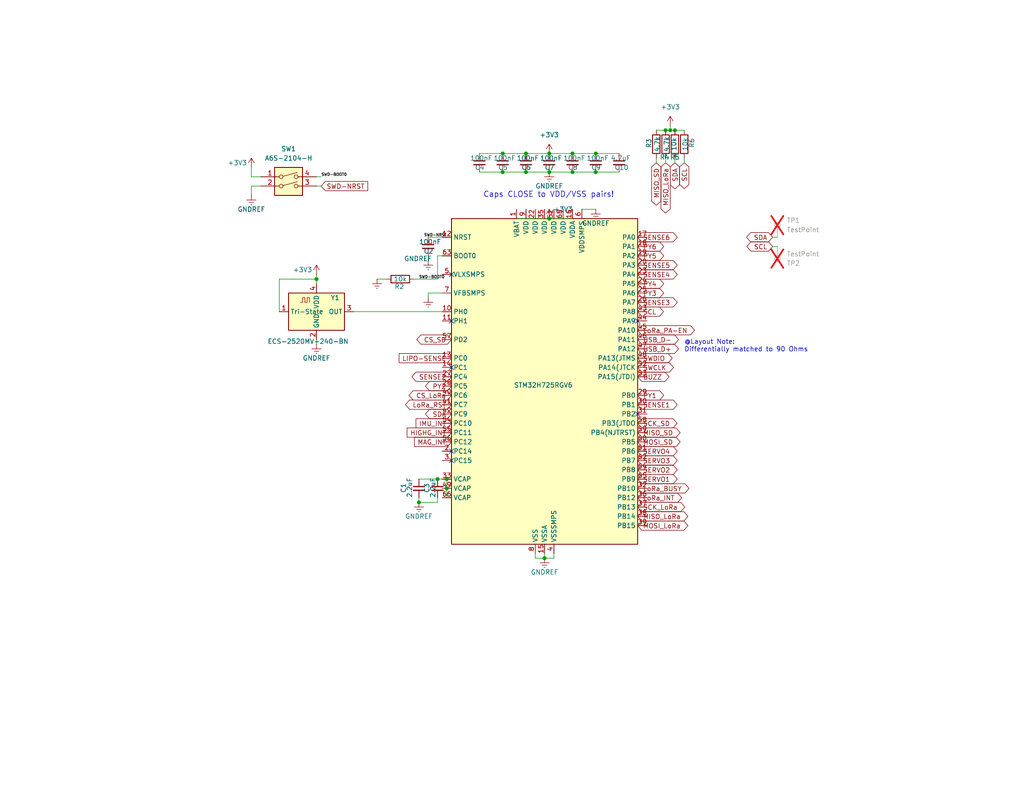
<source format=kicad_sch>
(kicad_sch (version 20250114) (generator "eeschema") (generator_version "9.0")
  (paper "USLetter")
  (title_block (title "WINTER Microcontroller Layout") (date "2025-01-06") (rev "3.3") (company "SparrowTheNerd"))
  (lib_symbols
    (symbol "Connector:TestPoint" (pin_numbers (hide yes)) (pin_names (offset 0.762) (hide yes))
      (property "Reference" "TP" (at 0 6.858 0))
      (property "Value" "TestPoint" (at 0 5.08 0))
      (symbol "TestPoint_0_1"
        (circle (center 0 3.302) (radius 0.762))
      )
      (symbol "TestPoint_1_1"
        (pin passive line (at 0 0 90) (length 2.54) (name "1") (number "1"))
      )
    )
    (symbol "Device:C_Small" (pin_numbers (hide yes)) (pin_names (offset 0.254) (hide yes))
      (property "Reference" "C" (at 0.254 1.778 0))
      (property "Value" "C_Small" (at 0.254 -2.032 0))
      (symbol "C_Small_0_1"
        (polyline (pts (xy -1.524 0.508) (xy 1.524 0.508)) (stroke (width 0.3048)))
        (polyline (pts (xy -1.524 -0.508) (xy 1.524 -0.508)) (stroke (width 0.3302)))
      )
      (symbol "C_Small_1_1"
        (pin passive line (at 0 2.54 270) (length 2.032) (name "~") (number "1"))
        (pin passive line (at 0 -2.54 90) (length 2.032) (name "~") (number "2"))
      )
    )
    (symbol "Device:R" (pin_numbers (hide yes)) (pin_names (offset 0))
      (property "Reference" "R" (at 2.032 0 90))
      (property "Value" "R" (at 0 0 90))
      (symbol "R_0_1"
        (rectangle (start -1.016 -2.54) (end 1.016 2.54) (stroke (width 0.254)))
      )
      (symbol "R_1_1"
        (pin passive line (at 0 3.81 270) (length 1.27) (name "~") (number "1"))
        (pin passive line (at 0 -3.81 90) (length 1.27) (name "~") (number "2"))
      )
    )
    (symbol "MCU_ST_STM32H7:STM32H725RGVx"
      (property "Reference" "U" (at -25.4 46.99 0))
      (property "Value" "STM32H725RGVx" (at 12.7 46.99 0))
      (symbol "STM32H725RGVx_0_1"
        (rectangle (start -25.4 -43.18) (end 25.4 45.72) (stroke (width 0.254)) (fill (type background)))
      )
      (symbol "STM32H725RGVx_1_1"
        (pin input line (at -27.94 40.64 0) (length 2.54) (name "NRST") (number "12"))
        (pin input line (at -27.94 35.56 0) (length 2.54) (name "BOOT0") (number "63"))
        (pin power_in line (at -27.94 30.48 0) (length 2.54) (name "VLXSMPS") (number "5"))
        (pin input line (at -27.94 25.4 0) (length 2.54) (name "VFBSMPS") (number "7"))
        (pin bidirectional line (at -27.94 20.32 0) (length 2.54) (name "PH0") (number "10"))
        (pin bidirectional line (at -27.94 17.78 0) (length 2.54) (name "PH1") (number "11"))
        (pin bidirectional line (at -27.94 12.7 0) (length 2.54) (name "PD2") (number "57"))
        (pin bidirectional line (at -27.94 7.62 0) (length 2.54) (name "PC0") (number "13"))
        (pin bidirectional line (at -27.94 5.08 0) (length 2.54) (name "PC1") (number "14"))
        (pin bidirectional line (at -27.94 2.54 0) (length 2.54) (name "PC4") (number "27"))
        (pin bidirectional line (at -27.94 0 0) (length 2.54) (name "PC5") (number "28"))
        (pin bidirectional line (at -27.94 -2.54 0) (length 2.54) (name "PC6") (number "40"))
        (pin bidirectional line (at -27.94 -5.08 0) (length 2.54) (name "PC7") (number "41"))
        (pin bidirectional line (at -27.94 -7.62 0) (length 2.54) (name "PC9") (number "42"))
        (pin bidirectional line (at -27.94 -10.16 0) (length 2.54) (name "PC10") (number "54"))
        (pin bidirectional line (at -27.94 -12.7 0) (length 2.54) (name "PC11") (number "55"))
        (pin bidirectional line (at -27.94 -15.24 0) (length 2.54) (name "PC12") (number "56"))
        (pin bidirectional line (at -27.94 -17.78 0) (length 2.54) (name "PC14") (number "2"))
        (pin bidirectional line (at -27.94 -20.32 0) (length 2.54) (name "PC15") (number "3"))
        (pin power_out line (at -27.94 -25.4 0) (length 2.54) (name "VCAP") (number "33"))
        (pin power_out line (at -27.94 -27.94 0) (length 2.54) (name "VCAP") (number "49"))
        (pin power_out line (at -27.94 -30.48 0) (length 2.54) (name "VCAP") (number "66"))
        (pin power_in line (at -7.62 48.26 270) (length 2.54) (name "VBAT") (number "1"))
        (pin power_in line (at -5.08 48.26 270) (length 2.54) (name "VDD") (number "9"))
        (pin power_in line (at -2.54 48.26 270) (length 2.54) (name "VDD") (number "22"))
        (pin passive line (at -2.54 -45.72 90) (length 2.54) (hide yes) (name "VSS") (number "21"))
        (pin passive line (at -2.54 -45.72 90) (length 2.54) (hide yes) (name "VSS") (number "34"))
        (pin passive line (at -2.54 -45.72 90) (length 2.54) (hide yes) (name "VSS") (number "50"))
        (pin passive line (at -2.54 -45.72 90) (length 2.54) (hide yes) (name "VSS") (number "67"))
        (pin passive line (at -2.54 -45.72 90) (length 2.54) (hide yes) (name "VSS") (number "69"))
        (pin power_in line (at -2.54 -45.72 90) (length 2.54) (name "VSS") (number "8"))
        (pin power_in line (at 0 48.26 270) (length 2.54) (name "VDD") (number "35"))
        (pin power_in line (at 0 -45.72 90) (length 2.54) (name "VSSA") (number "15"))
        (pin power_in line (at 2.54 48.26 270) (length 2.54) (name "VDD") (number "51"))
        (pin power_in line (at 2.54 -45.72 90) (length 2.54) (name "VSSSMPS") (number "4"))
        (pin power_in line (at 5.08 48.26 270) (length 2.54) (name "VDD") (number "68"))
        (pin power_in line (at 7.62 48.26 270) (length 2.54) (name "VDDA") (number "16"))
        (pin power_in line (at 10.16 48.26 270) (length 2.54) (name "VDDSMPS") (number "6"))
        (pin bidirectional line (at 27.94 40.64 180) (length 2.54) (name "PA0") (number "17"))
        (pin bidirectional line (at 27.94 38.1 180) (length 2.54) (name "PA1") (number "18"))
        (pin bidirectional line (at 27.94 35.56 180) (length 2.54) (name "PA2") (number "19"))
        (pin bidirectional line (at 27.94 33.02 180) (length 2.54) (name "PA3") (number "20"))
        (pin bidirectional line (at 27.94 30.48 180) (length 2.54) (name "PA4") (number "23"))
        (pin bidirectional line (at 27.94 27.94 180) (length 2.54) (name "PA5") (number "24"))
        (pin bidirectional line (at 27.94 25.4 180) (length 2.54) (name "PA6") (number "25"))
        (pin bidirectional line (at 27.94 22.86 180) (length 2.54) (name "PA7") (number "26"))
        (pin bidirectional line (at 27.94 20.32 180) (length 2.54) (name "PA8") (number "43"))
        (pin bidirectional line (at 27.94 17.78 180) (length 2.54) (name "PA9") (number "44"))
        (pin bidirectional line (at 27.94 15.24 180) (length 2.54) (name "PA10") (number "45"))
        (pin bidirectional line (at 27.94 12.7 180) (length 2.54) (name "PA11") (number "46"))
        (pin bidirectional line (at 27.94 10.16 180) (length 2.54) (name "PA12") (number "47"))
        (pin bidirectional line (at 27.94 7.62 180) (length 2.54) (name "PA13(JTMS") (number "48"))
        (pin bidirectional line (at 27.94 5.08 180) (length 2.54) (name "PA14(JTCK") (number "52"))
        (pin bidirectional line (at 27.94 2.54 180) (length 2.54) (name "PA15(JTDI)") (number "53"))
        (pin bidirectional line (at 27.94 -2.54 180) (length 2.54) (name "PB0") (number "29"))
        (pin bidirectional line (at 27.94 -5.08 180) (length 2.54) (name "PB1") (number "30"))
        (pin bidirectional line (at 27.94 -7.62 180) (length 2.54) (name "PB2") (number "31"))
        (pin bidirectional line (at 27.94 -10.16 180) (length 2.54) (name "PB3(JTDO") (number "58"))
        (pin bidirectional line (at 27.94 -12.7 180) (length 2.54) (name "PB4(NJTRST)") (number "59"))
        (pin bidirectional line (at 27.94 -15.24 180) (length 2.54) (name "PB5") (number "60"))
        (pin bidirectional line (at 27.94 -17.78 180) (length 2.54) (name "PB6") (number "61"))
        (pin bidirectional line (at 27.94 -20.32 180) (length 2.54) (name "PB7") (number "62"))
        (pin bidirectional line (at 27.94 -22.86 180) (length 2.54) (name "PB8") (number "64"))
        (pin bidirectional line (at 27.94 -25.4 180) (length 2.54) (name "PB9") (number "65"))
        (pin bidirectional line (at 27.94 -27.94 180) (length 2.54) (name "PB10") (number "32"))
        (pin bidirectional line (at 27.94 -30.48 180) (length 2.54) (name "PB12") (number "36"))
        (pin bidirectional line (at 27.94 -33.02 180) (length 2.54) (name "PB13") (number "37"))
        (pin bidirectional line (at 27.94 -35.56 180) (length 2.54) (name "PB14") (number "38"))
        (pin bidirectional line (at 27.94 -38.1 180) (length 2.54) (name "PB15") (number "39"))
      )
    )
    (symbol "Oscillator:ECS-2520MV-xxx-xx"
      (property "Reference" "Y" (at -5.08 6.35 0))
      (property "Value" "ECS-2520MV-xxx-xx" (at 1.27 -6.35 0))
      (symbol "ECS-2520MV-xxx-xx_0_1"
        (rectangle (start -7.62 5.08) (end 7.62 -5.08) (stroke (width 0.254)) (fill (type background)))
        (polyline (pts (xy -4.445 2.54) (xy -3.81 2.54) (xy -3.81 3.81) (xy -3.175 3.81) (xy -3.175 2.54) (xy -2.54 2.54) (xy -2.54 3.81) (xy -1.905 3.81) (xy -1.905 2.54)))
      )
      (symbol "ECS-2520MV-xxx-xx_1_1"
        (pin input line (at -10.16 0 0) (length 2.54) (name "Tri-State") (number "1"))
        (pin power_in line (at 0 7.62 270) (length 2.54) (name "VDD") (number "4"))
        (pin power_in line (at 0 -7.62 90) (length 2.54) (name "GND") (number "2"))
        (pin output line (at 10.16 0 180) (length 2.54) (name "OUT") (number "3"))
      )
    )
    (symbol "Switch:SW_DIP_x02" (pin_names (offset 0) (hide yes))
      (property "Reference" "SW" (at 0 6.35 0))
      (property "Value" "SW_DIP_x02" (at 0 -3.81 0))
      (symbol "SW_DIP_x02_0_0"
        (circle (center -2.032 2.54) (radius 0.508))
        (circle (center -2.032 0) (radius 0.508))
        (polyline (pts (xy -1.524 2.667) (xy 2.3622 3.7084)))
        (polyline (pts (xy -1.524 0.127) (xy 2.3622 1.1684)))
        (circle (center 2.032 2.54) (radius 0.508))
        (circle (center 2.032 0) (radius 0.508))
      )
      (symbol "SW_DIP_x02_0_1"
        (rectangle (start -3.81 5.08) (end 3.81 -2.54) (stroke (width 0.254)) (fill (type background)))
      )
      (symbol "SW_DIP_x02_1_1"
        (pin passive line (at -7.62 2.54 0) (length 5.08) (name "~") (number "1"))
        (pin passive line (at -7.62 0 0) (length 5.08) (name "~") (number "2"))
        (pin passive line (at 7.62 2.54 180) (length 5.08) (name "~") (number "4"))
        (pin passive line (at 7.62 0 180) (length 5.08) (name "~") (number "3"))
      )
    )
    (symbol "power:+3V3" (power) (pin_numbers (hide yes)) (pin_names (offset 0) (hide yes))
      (property "Value" "+3V3" (at 0 3.556 0))
      (symbol "+3V3_0_1"
        (polyline (pts (xy -0.762 1.27) (xy 0 2.54)))
        (polyline (pts (xy 0 2.54) (xy 0.762 1.27)))
        (polyline (pts (xy 0 0) (xy 0 2.54)))
      )
      (symbol "+3V3_1_1"
        (pin power_in line (at 0 0 90) (length 0) (name "~") (number "1"))
      )
    )
    (symbol "power:GNDREF" (power) (pin_numbers (hide yes)) (pin_names (offset 0) (hide yes))
      (property "Value" "GNDREF" (at 0 -3.81 0))
      (symbol "GNDREF_0_1"
        (polyline (pts (xy -0.635 -1.905) (xy 0.635 -1.905)))
        (polyline (pts (xy -0.127 -2.54) (xy 0.127 -2.54)))
        (polyline (pts (xy 0 -1.27) (xy 0 0)))
        (polyline (pts (xy 1.27 -1.27) (xy -1.27 -1.27)))
      )
      (symbol "GNDREF_1_1"
        (pin power_in line (at 0 0 270) (length 0) (name "~") (number "1"))
      )
    )
  )
  (text "Caps CLOSE to VDD/VSS pairs!" (at 131.826 54.102 0) (effects (font (size 1.5 1.5)) (justify left bottom)))
  (text "@Layout Note:\nDifferentially matched to 90 Ohms" (at 186.69 94.488 0) (effects (font (size 1.27 1.27)) (justify left)))
  (junction (at 149.86 41.91))
  (junction (at 149.86 46.99))
  (junction (at 148.59 152.4))
  (junction (at 184.15 35.56))
  (junction (at 121.92 133.35))
  (junction (at 182.88 35.56))
  (junction (at 162.56 46.99))
  (junction (at 149.86 59.69))
  (junction (at 86.36 76.2))
  (junction (at 156.21 41.91))
  (junction (at 137.16 41.91))
  (junction (at 119.38 130.81))
  (junction (at 181.61 35.56))
  (junction (at 162.56 41.91))
  (junction (at 143.51 41.91))
  (junction (at 137.16 46.99))
  (junction (at 143.51 46.99))
  (junction (at 156.21 46.99))
  (junction (at 114.3 137.16))
  (junction (at 121.92 130.81))
  (no_connect (at 123.19 100.33))
  (no_connect (at 123.19 74.93))
  (no_connect (at 123.19 87.63))
  (no_connect (at 123.19 125.73))
  (no_connect (at 123.19 123.19))
  (no_connect (at 173.99 87.63))
  (no_connect (at 173.99 113.03))
  (wire (pts (xy 149.86 41.91) (xy 156.21 41.91)))
  (wire (pts (xy 156.21 41.91) (xy 162.56 41.91)))
  (wire (pts (xy 86.36 93.98) (xy 86.36 92.71)))
  (wire (pts (xy 86.36 50.8) (xy 87.63 50.8)))
  (wire (pts (xy 137.16 41.91) (xy 143.51 41.91)))
  (wire (pts (xy 184.15 44.45) (xy 184.15 43.18)))
  (wire (pts (xy 71.12 50.8) (xy 68.58 50.8)))
  (wire (pts (xy 114.3 130.81) (xy 119.38 130.81)))
  (wire (pts (xy 76.2 85.09) (xy 76.2 76.2)))
  (wire (pts (xy 116.84 81.28) (xy 116.84 80.01)))
  (wire (pts (xy 119.38 76.2) (xy 113.03 76.2)))
  (wire (pts (xy 181.61 43.18) (xy 181.61 44.45)))
  (wire (pts (xy 121.92 133.35) (xy 121.92 135.89)))
  (wire (pts (xy 210.82 67.31) (xy 212.09 67.31)))
  (wire (pts (xy 121.92 130.81) (xy 121.92 133.35)))
  (wire (pts (xy 119.38 130.81) (xy 121.92 130.81)))
  (wire (pts (xy 184.15 35.56) (xy 186.69 35.56)))
  (wire (pts (xy 179.07 35.56) (xy 181.61 35.56)))
  (wire (pts (xy 149.86 59.69) (xy 156.21 59.69)))
  (wire (pts (xy 182.88 34.29) (xy 182.88 35.56)))
  (wire (pts (xy 143.51 46.99) (xy 149.86 46.99)))
  (wire (pts (xy 162.56 41.91) (xy 168.91 41.91)))
  (wire (pts (xy 186.69 44.45) (xy 186.69 43.18)))
  (wire (pts (xy 86.36 48.26) (xy 87.63 48.26)))
  (wire (pts (xy 162.56 46.99) (xy 168.91 46.99)))
  (wire (pts (xy 102.87 76.2) (xy 105.41 76.2)))
  (wire (pts (xy 158.75 57.15) (xy 162.56 57.15)))
  (wire (pts (xy 130.81 41.91) (xy 137.16 41.91)))
  (wire (pts (xy 114.3 135.89) (xy 114.3 137.16)))
  (wire (pts (xy 151.13 152.4) (xy 151.13 151.13)))
  (wire (pts (xy 68.58 50.8) (xy 68.58 53.34)))
  (wire (pts (xy 71.12 48.26) (xy 68.58 48.26)))
  (wire (pts (xy 146.05 152.4) (xy 148.59 152.4)))
  (wire (pts (xy 148.59 152.4) (xy 151.13 152.4)))
  (wire (pts (xy 116.84 64.77) (xy 123.19 64.77)))
  (wire (pts (xy 121.92 130.81) (xy 123.19 130.81)))
  (wire (pts (xy 123.19 135.89) (xy 121.92 135.89)))
  (wire (pts (xy 143.51 41.91) (xy 149.86 41.91)))
  (wire (pts (xy 148.59 152.4) (xy 148.59 151.13)))
  (wire (pts (xy 123.19 133.35) (xy 121.92 133.35)))
  (wire (pts (xy 76.2 76.2) (xy 86.36 76.2)))
  (wire (pts (xy 119.38 76.2) (xy 119.38 69.85)))
  (wire (pts (xy 210.82 64.77) (xy 212.09 64.77)))
  (wire (pts (xy 114.3 137.16) (xy 119.38 137.16)))
  (wire (pts (xy 119.38 137.16) (xy 119.38 135.89)))
  (wire (pts (xy 146.05 152.4) (xy 146.05 151.13)))
  (wire (pts (xy 158.75 59.69) (xy 158.75 57.15)))
  (wire (pts (xy 182.88 35.56) (xy 184.15 35.56)))
  (wire (pts (xy 116.84 71.12) (xy 116.84 69.85)))
  (wire (pts (xy 140.97 59.69) (xy 149.86 59.69)))
  (wire (pts (xy 123.19 80.01) (xy 116.84 80.01)))
  (wire (pts (xy 96.52 85.09) (xy 123.19 85.09)))
  (wire (pts (xy 68.58 45.72) (xy 68.58 48.26)))
  (wire (pts (xy 137.16 46.99) (xy 143.51 46.99)))
  (wire (pts (xy 119.38 69.85) (xy 123.19 69.85)))
  (wire (pts (xy 86.36 76.2) (xy 86.36 77.47)))
  (wire (pts (xy 156.21 46.99) (xy 162.56 46.99)))
  (wire (pts (xy 130.81 46.99) (xy 137.16 46.99)))
  (wire (pts (xy 149.86 46.99) (xy 156.21 46.99)))
  (wire (pts (xy 181.61 35.56) (xy 182.88 35.56)))
  (wire (pts (xy 179.07 43.18) (xy 179.07 44.45)))
  (wire (pts (xy 86.36 74.93) (xy 86.36 76.2)))
  (label "SWD-NRST" (at 121.92 64.77 180) (effects (font (size 0.75 0.75))))
  (label "SWD-BOOT0" (at 87.63 48.26 0) (effects (font (size 0.75 0.75))))
  (label "SWD-BOOT0" (at 114.3 76.2 0) (effects (font (size 0.75 0.75))))
  (global_label "BUZZ" (shape bidirectional) (at 173.99 102.87 0) (property "Intersheetrefs" "${INTERSHEET_REFS}" (effects (hide yes))))
  (global_label "CS_SD" (shape bidirectional) (at 123.19 92.71 180) (property "Intersheetrefs" "${INTERSHEET_REFS}" (effects (hide yes))))
  (global_label "PY5" (shape bidirectional) (at 173.99 69.85 0) (property "Intersheetrefs" "${INTERSHEET_REFS}" (effects (hide yes))))
  (global_label "MAG_INT" (shape input) (at 123.19 120.65 180) (property "Intersheetrefs" "${INTERSHEET_REFS}" (effects (hide yes))))
  (global_label "MOSI_LoRa" (shape bidirectional) (at 173.99 143.51 0) (property "Intersheetrefs" "${INTERSHEET_REFS}" (effects (hide yes))))
  (global_label "SENSE6" (shape bidirectional) (at 173.99 64.77 0) (property "Intersheetrefs" "${INTERSHEET_REFS}" (effects (hide yes))))
  (global_label "LoRa_RST" (shape bidirectional) (at 123.19 110.49 180) (property "Intersheetrefs" "${INTERSHEET_REFS}" (effects (hide yes))))
  (global_label "MISO_LoRa" (shape bidirectional) (at 173.99 140.97 0) (property "Intersheetrefs" "${INTERSHEET_REFS}" (effects (hide yes))))
  (global_label "MISO_SD" (shape bidirectional) (at 179.07 44.45 270) (property "Intersheetrefs" "${INTERSHEET_REFS}" (effects (hide yes))))
  (global_label "SCK_LoRa" (shape bidirectional) (at 173.99 138.43 0) (property "Intersheetrefs" "${INTERSHEET_REFS}" (effects (hide yes))))
  (global_label "SWDIO" (shape bidirectional) (at 173.99 97.79 0) (property "Intersheetrefs" "${INTERSHEET_REFS}" (effects (hide yes))))
  (global_label "SENSE2" (shape bidirectional) (at 123.19 102.87 180) (property "Intersheetrefs" "${INTERSHEET_REFS}" (effects (hide yes))))
  (global_label "PY4" (shape bidirectional) (at 173.99 77.47 0) (property "Intersheetrefs" "${INTERSHEET_REFS}" (effects (hide yes))))
  (global_label "SCL" (shape bidirectional) (at 186.69 44.45 270) (property "Intersheetrefs" "${INTERSHEET_REFS}" (effects (hide yes))))
  (global_label "LoRa_INT" (shape bidirectional) (at 173.99 135.89 0) (property "Intersheetrefs" "${INTERSHEET_REFS}" (effects (hide yes))))
  (global_label "SWCLK" (shape bidirectional) (at 173.99 100.33 0) (property "Intersheetrefs" "${INTERSHEET_REFS}" (effects (hide yes))))
  (global_label "SCK_SD" (shape bidirectional) (at 173.99 115.57 0) (property "Intersheetrefs" "${INTERSHEET_REFS}" (effects (hide yes))))
  (global_label "PY3" (shape bidirectional) (at 173.99 80.01 0) (property "Intersheetrefs" "${INTERSHEET_REFS}" (effects (hide yes))))
  (global_label "SDA" (shape bidirectional) (at 123.19 113.03 180) (property "Intersheetrefs" "${INTERSHEET_REFS}" (effects (hide yes))))
  (global_label "SENSE3" (shape bidirectional) (at 173.99 82.55 0) (property "Intersheetrefs" "${INTERSHEET_REFS}" (effects (hide yes))))
  (global_label "SDA" (shape bidirectional) (at 210.82 64.77 180) (property "Intersheetrefs" "${INTERSHEET_REFS}" (effects (hide yes))))
  (global_label "SCL" (shape bidirectional) (at 210.82 67.31 180) (property "Intersheetrefs" "${INTERSHEET_REFS}" (effects (hide yes))))
  (global_label "IMU_INT" (shape input) (at 123.19 115.57 180) (property "Intersheetrefs" "${INTERSHEET_REFS}" (effects (hide yes))))
  (global_label "CS_LoRa" (shape bidirectional) (at 123.19 107.95 180) (property "Intersheetrefs" "${INTERSHEET_REFS}" (effects (hide yes))))
  (global_label "PY1" (shape bidirectional) (at 173.99 107.95 0) (property "Intersheetrefs" "${INTERSHEET_REFS}" (effects (hide yes))))
  (global_label "SDA" (shape bidirectional) (at 184.15 44.45 270) (property "Intersheetrefs" "${INTERSHEET_REFS}" (effects (hide yes))))
  (global_label "USB_D-" (shape bidirectional) (at 173.99 92.71 0) (property "Intersheetrefs" "${INTERSHEET_REFS}" (effects (hide yes))))
  (global_label "SENSE1" (shape bidirectional) (at 173.99 110.49 0) (property "Intersheetrefs" "${INTERSHEET_REFS}" (effects (hide yes))))
  (global_label "LIPO-SENSE" (shape input) (at 123.19 97.79 180) (property "Intersheetrefs" "${INTERSHEET_REFS}" (effects (hide yes))))
  (global_label "USB_D+" (shape bidirectional) (at 173.99 95.25 0) (property "Intersheetrefs" "${INTERSHEET_REFS}" (effects (hide yes))))
  (global_label "SENSE5" (shape bidirectional) (at 173.99 72.39 0) (property "Intersheetrefs" "${INTERSHEET_REFS}" (effects (hide yes))))
  (global_label "SERVO3" (shape bidirectional) (at 173.99 125.73 0) (property "Intersheetrefs" "${INTERSHEET_REFS}" (effects (hide yes))))
  (global_label "PY2" (shape bidirectional) (at 123.19 105.41 180) (property "Intersheetrefs" "${INTERSHEET_REFS}" (effects (hide yes))))
  (global_label "MOSI_SD" (shape bidirectional) (at 173.99 120.65 0) (property "Intersheetrefs" "${INTERSHEET_REFS}" (effects (hide yes))))
  (global_label "SWD-NRST" (shape input) (at 87.63 50.8 0) (property "Intersheetrefs" "${INTERSHEET_REFS}" (effects (hide yes))))
  (global_label "PY6" (shape bidirectional) (at 173.99 67.31 0) (property "Intersheetrefs" "${INTERSHEET_REFS}" (effects (hide yes))))
  (global_label "SERVO1" (shape bidirectional) (at 173.99 130.81 0) (property "Intersheetrefs" "${INTERSHEET_REFS}" (effects (hide yes))))
  (global_label "LoRa_BUSY" (shape bidirectional) (at 173.99 133.35 0) (property "Intersheetrefs" "${INTERSHEET_REFS}" (effects (hide yes))))
  (global_label "SENSE4" (shape bidirectional) (at 173.99 74.93 0) (property "Intersheetrefs" "${INTERSHEET_REFS}" (effects (hide yes))))
  (global_label "MISO_LoRa" (shape bidirectional) (at 181.61 44.45 270) (property "Intersheetrefs" "${INTERSHEET_REFS}" (effects (hide yes))))
  (global_label "SCL" (shape bidirectional) (at 173.99 85.09 0) (property "Intersheetrefs" "${INTERSHEET_REFS}" (effects (hide yes))))
  (global_label "SERVO2" (shape bidirectional) (at 173.99 128.27 0) (property "Intersheetrefs" "${INTERSHEET_REFS}" (effects (hide yes))))
  (global_label "HIGHG_INT" (shape input) (at 123.19 118.11 180) (property "Intersheetrefs" "${INTERSHEET_REFS}" (effects (hide yes))))
  (global_label "LoRa_PA-EN" (shape bidirectional) (at 173.99 90.17 0) (property "Intersheetrefs" "${INTERSHEET_REFS}" (effects (hide yes))))
  (global_label "MISO_SD" (shape bidirectional) (at 173.99 118.11 0) (property "Intersheetrefs" "${INTERSHEET_REFS}" (effects (hide yes))))
  (global_label "SERVO4" (shape bidirectional) (at 173.99 123.19 0) (property "Intersheetrefs" "${INTERSHEET_REFS}" (effects (hide yes))))
  (symbol (lib_id "power:GNDREF") (at 114.3 137.16 0) (mirror y) (unit 1)
    (property "Reference" "#PWR0112" (effects (hide yes)))
    (property "Value" "GNDREF" (at 114.3 140.97 0))
    (property "Description" "Power symbol creates a global label with name \"GNDREF\" , reference supply ground" (effects (hide yes)))
  )
  (symbol (lib_id "power:GNDREF") (at 116.84 71.12 0) (mirror y) (unit 1)
    (property "Reference" "#PWR0107" (effects (hide yes)))
    (property "Value" "GNDREF" (at 114.046 70.612 0))
    (property "Description" "Power symbol creates a global label with name \"GNDREF\" , reference supply ground" (effects (hide yes)))
  )
  (symbol (lib_id "Device:C_Small") (at 137.16 44.45 0) (unit 1)
    (property "Reference" "C5" (at 135.89 45.72 0) (effects (justify left)))
    (property "Value" "100nF" (at 134.62 43.18 0) (effects (justify left)))
    (property "Footprint" "Capacitor_SMD:C_0603_1608Metric" (effects (hide yes)))
    (property "Description" "Unpolarized capacitor, small symbol" (effects (hide yes)))
    (property "Product ID" "CL10B104KB8NNNL" (effects (hide yes)))
    (property "LCSC" "C1525" (effects (hide yes)))
  )
  (symbol (lib_id "Device:C_Small") (at 119.38 133.35 0) (unit 1)
    (property "Reference" "C3" (at 116.4575 134.5949 90) (effects (justify left)))
    (property "Value" "2.2uF" (at 118.11 135.89 90) (effects (justify left)))
    (property "Footprint" "Capacitor_SMD:C_0603_1608Metric" (effects (hide yes)))
    (property "Description" "Unpolarized capacitor, small symbol" (effects (hide yes)))
    (property "Product ID" "GRM188C71C225ME11D" (effects (hide yes)))
    (property "LCSC" "C23630" (effects (hide yes)))
  )
  (symbol (lib_id "Device:C_Small") (at 149.86 44.45 0) (unit 1)
    (property "Reference" "C7" (at 148.59 45.72 0) (effects (justify left)))
    (property "Value" "100nF" (at 147.32 43.18 0) (effects (justify left)))
    (property "Footprint" "Capacitor_SMD:C_0603_1608Metric" (effects (hide yes)))
    (property "Description" "Unpolarized capacitor, small symbol" (effects (hide yes)))
    (property "Product ID" "CL10B104KB8NNNL" (effects (hide yes)))
    (property "LCSC" "C1525" (effects (hide yes)))
  )
  (symbol (lib_id "MCU_ST_STM32H7:STM32H725RGVx") (at 148.59 105.41 0) (unit 1)
    (property "Reference" "U6" (effects (hide yes)))
    (property "Value" "STM32H725RGV6" (at 140.208 105.156 0) (effects (justify left)))
    (property "Footprint" "Package_DFN_QFN:QFN-68-1EP_8x8mm_P0.4mm_EP6.4x6.4mm" (effects (hide yes)))
    (property "Datasheet" "https://www.st.com/resource/en/datasheet/stm32h725rg.pdf" (effects (hide yes)))
    (property "Description" "STMicroelectronics Arm Cortex-M7 MCU, 1024KB flash, 564KB RAM, 550 MHz, 1.71-3.6V, 46 GPIO, VFQFPN68" (effects (hide yes)))
    (property "LCSC" "C5271079" (effects (hide yes)))
    (property "Mouser ID" "511-STM32H725RGV6 " (effects (hide yes)))
    (property "Product ID" "STM32H725RGV6" (effects (hide yes)))
  )
  (symbol (lib_id "Device:C_Small") (at 143.51 44.45 0) (unit 1)
    (property "Reference" "C6" (at 142.24 45.72 0) (effects (justify left)))
    (property "Value" "100nF" (at 140.97 43.18 0) (effects (justify left)))
    (property "Footprint" "Capacitor_SMD:C_0603_1608Metric" (effects (hide yes)))
    (property "Description" "Unpolarized capacitor, small symbol" (effects (hide yes)))
    (property "Product ID" "CL10B104KB8NNNL" (effects (hide yes)))
    (property "LCSC" "C1525" (effects (hide yes)))
  )
  (symbol (lib_id "Switch:SW_DIP_x02") (at 78.74 50.8 0) (unit 1)
    (property "Reference" "SW1" (at 78.74 40.64 0))
    (property "Value" "A6S-2104-H" (at 78.74 43.18 0))
    (property "Footprint" "Button_Switch_SMD:SW_DIP_SPSTx02_Slide_Omron_A6S-210x_W8.9mm_P2.54mm" (effects (hide yes)))
    (property "Description" "2x DIP Switch, Single Pole Single Throw (SPST) switch, small symbol" (effects (hide yes)))
    (property "LCSC" "C2733298" (effects (hide yes)))
    (property "Product ID" "A6S-2104-H" (effects (hide yes)))
  )
  (symbol (lib_id "Device:C_Small") (at 168.91 44.45 0) (unit 1)
    (property "Reference" "C10" (at 167.64 45.72 0) (effects (justify left)))
    (property "Value" "4.7uF" (at 166.624 43.18 0) (effects (justify left)))
    (property "Footprint" "Capacitor_SMD:C_0603_1608Metric" (effects (hide yes)))
    (property "Description" "Unpolarized capacitor, small symbol" (effects (hide yes)))
    (property "Product ID" "CL10A475KQ8NNNC" (effects (hide yes)))
    (property "LCSC" "C23733" (effects (hide yes)))
  )
  (symbol (lib_id "power:+3V3") (at 149.86 59.69 0) (unit 1)
    (property "Reference" "#PWR0110" (effects (hide yes)))
    (property "Value" "+3V3" (at 153.67 57.15 0))
    (property "Description" "Power symbol creates a global label with name \"+3V3\"" (effects (hide yes)))
  )
  (symbol (lib_id "Device:C_Small") (at 130.81 44.45 0) (unit 1)
    (property "Reference" "C4" (at 129.54 45.72 0) (effects (justify left)))
    (property "Value" "100nF" (at 128.27 43.18 0) (effects (justify left)))
    (property "Footprint" "Capacitor_SMD:C_0603_1608Metric" (effects (hide yes)))
    (property "Description" "Unpolarized capacitor, small symbol" (effects (hide yes)))
    (property "Product ID" "CL10B104KB8NNNL" (effects (hide yes)))
    (property "LCSC" "C1525" (effects (hide yes)))
  )
  (symbol (lib_id "Device:R") (at 184.15 39.37 0) (mirror x) (unit 1)
    (property "Reference" "R5" (at 184.15 42.926 0))
    (property "Value" "10k" (at 183.896 39.37 90))
    (property "Footprint" "Resistor_SMD:R_0603_1608Metric" (effects (hide yes)))
    (property "Description" "Resistor" (effects (hide yes)))
    (property "Product ID" "ERJ-PA3F1002V" (effects (hide yes)))
    (property "LCSC" "C25804" (effects (hide yes)))
  )
  (symbol (lib_id "power:GNDREF") (at 68.58 53.34 0) (mirror y) (unit 1)
    (property "Reference" "#PWR0105" (effects (hide yes)))
    (property "Value" "GNDREF" (at 68.58 57.15 0))
    (property "Description" "Power symbol creates a global label with name \"GNDREF\" , reference supply ground" (effects (hide yes)))
  )
  (symbol (lib_id "power:GNDREF") (at 116.84 81.28 0) (mirror y) (unit 1)
    (property "Reference" "#PWR0108" (effects (hide yes)))
    (property "Value" "GNDREF" (effects (hide yes)))
    (property "Description" "Power symbol creates a global label with name \"GNDREF\" , reference supply ground" (effects (hide yes)))
  )
  (symbol (lib_id "Device:C_Small") (at 156.21 44.45 0) (unit 1)
    (property "Reference" "C8" (at 154.94 45.72 0) (effects (justify left)))
    (property "Value" "100nF" (at 153.67 43.18 0) (effects (justify left)))
    (property "Footprint" "Capacitor_SMD:C_0603_1608Metric" (effects (hide yes)))
    (property "Description" "Unpolarized capacitor, small symbol" (effects (hide yes)))
    (property "Product ID" "CL10B104KB8NNNL" (effects (hide yes)))
    (property "LCSC" "C1525" (effects (hide yes)))
  )
  (symbol (lib_id "power:GNDREF") (at 162.56 57.15 0) (mirror y) (unit 1)
    (property "Reference" "#PWR0114" (effects (hide yes)))
    (property "Value" "GNDREF" (at 162.56 60.96 0))
    (property "Description" "Power symbol creates a global label with name \"GNDREF\" , reference supply ground" (effects (hide yes)))
  )
  (symbol (lib_id "power:GNDREF") (at 86.36 93.98 0) (mirror y) (unit 1)
    (property "Reference" "#PWR0102" (effects (hide yes)))
    (property "Value" "GNDREF" (at 86.36 97.79 0))
    (property "Description" "Power symbol creates a global label with name \"GNDREF\" , reference supply ground" (effects (hide yes)))
  )
  (symbol (lib_id "Connector:TestPoint") (at 212.09 67.31 0) (mirror x) (unit 1) (in_bom no) (dnp yes)
    (property "Reference" "TP2" (at 214.63 71.8821 0) (effects (justify left)))
    (property "Value" "TestPoint" (at 214.63 69.3421 0) (effects (justify left)))
    (property "Footprint" "TestPoint:TestPoint_Pad_D1.0mm" (effects (hide yes)))
    (property "Description" "test point" (effects (hide yes)))
    (property "LCSC" "DNP" (effects (hide yes)))
  )
  (symbol (lib_id "power:+3V3") (at 86.36 74.93 0) (unit 1)
    (property "Reference" "#PWR0101" (effects (hide yes)))
    (property "Value" "+3V3" (at 82.55 73.66 0))
    (property "Description" "Power symbol creates a global label with name \"+3V3\"" (effects (hide yes)))
  )
  (symbol (lib_id "power:+3V3") (at 182.88 34.29 0) (unit 1)
    (property "Reference" "#PWR0113" (effects (hide yes)))
    (property "Value" "+3V3" (at 182.88 29.21 0))
    (property "Description" "Power symbol creates a global label with name \"+3V3\"" (effects (hide yes)))
  )
  (symbol (lib_id "power:GNDREF") (at 148.59 152.4 0) (mirror y) (unit 1)
    (property "Reference" "#PWR0115" (effects (hide yes)))
    (property "Value" "GNDREF" (at 148.59 156.21 0))
    (property "Description" "Power symbol creates a global label with name \"GNDREF\" , reference supply ground" (effects (hide yes)))
  )
  (symbol (lib_id "Device:R") (at 109.22 76.2 270) (unit 1)
    (property "Reference" "R2" (at 108.966 78.232 90))
    (property "Value" "10k" (at 109.22 76.2 90))
    (property "Footprint" "Resistor_SMD:R_0603_1608Metric" (effects (hide yes)))
    (property "Description" "Resistor" (effects (hide yes)))
    (property "Product ID" "ERJ-PA3F1002V" (effects (hide yes)))
    (property "LCSC" "C25804" (effects (hide yes)))
  )
  (symbol (lib_id "Device:R") (at 179.07 39.37 180) (unit 1)
    (property "Reference" "R3" (at 177.038 39.116 90))
    (property "Value" "4.7k" (at 179.324 39.37 90))
    (property "Footprint" "Resistor_SMD:R_0603_1608Metric" (effects (hide yes)))
    (property "Description" "Resistor" (effects (hide yes)))
    (property "Product ID" "ERJ-PA3J472V" (effects (hide yes)))
    (property "LCSC" "C23162" (effects (hide yes)))
  )
  (symbol (lib_id "Device:C_Small") (at 162.56 44.45 0) (unit 1)
    (property "Reference" "C9" (at 161.29 45.72 0) (effects (justify left)))
    (property "Value" "100nF" (at 160.02 43.18 0) (effects (justify left)))
    (property "Footprint" "Capacitor_SMD:C_0603_1608Metric" (effects (hide yes)))
    (property "Description" "Unpolarized capacitor, small symbol" (effects (hide yes)))
    (property "Product ID" "CL10B104KB8NNNL" (effects (hide yes)))
    (property "LCSC" "C1525" (effects (hide yes)))
  )
  (symbol (lib_id "Device:R") (at 181.61 39.37 180) (unit 1)
    (property "Reference" "R4" (at 181.356 42.926 0))
    (property "Value" "4.7k" (at 181.864 39.37 90))
    (property "Footprint" "Resistor_SMD:R_0603_1608Metric" (effects (hide yes)))
    (property "Description" "Resistor" (effects (hide yes)))
    (property "Product ID" "ERJ-PA3J472V" (effects (hide yes)))
    (property "LCSC" "C23162" (effects (hide yes)))
  )
  (symbol (lib_id "Device:C_Small") (at 116.84 67.31 0) (unit 1)
    (property "Reference" "C2" (at 115.57 68.58 0) (effects (justify left)))
    (property "Value" "100nF" (at 114.3 66.04 0) (effects (justify left)))
    (property "Footprint" "Capacitor_SMD:C_0603_1608Metric" (effects (hide yes)))
    (property "Description" "Unpolarized capacitor, small symbol" (effects (hide yes)))
    (property "Product ID" "CL10B104KB8NNNL" (effects (hide yes)))
    (property "LCSC" "C1590" (effects (hide yes)))
  )
  (symbol (lib_id "Device:R") (at 186.69 39.37 180) (unit 1)
    (property "Reference" "R6" (at 188.7394 39.0398 90))
    (property "Value" "10k" (at 186.944 39.37 90))
    (property "Footprint" "Resistor_SMD:R_0603_1608Metric" (effects (hide yes)))
    (property "Description" "Resistor" (effects (hide yes)))
    (property "Product ID" "ERJ-PA3F1002V" (effects (hide yes)))
    (property "LCSC" "C25804" (effects (hide yes)))
  )
  (symbol (lib_id "power:+3V3") (at 68.58 45.72 0) (unit 1)
    (property "Reference" "#PWR0106" (effects (hide yes)))
    (property "Value" "+3V3" (at 64.77 44.45 0))
    (property "Description" "Power symbol creates a global label with name \"+3V3\"" (effects (hide yes)))
  )
  (symbol (lib_id "power:GNDREF") (at 102.87 76.2 0) (mirror y) (unit 1)
    (property "Reference" "#PWR0103" (effects (hide yes)))
    (property "Value" "GNDREF" (effects (hide yes)))
    (property "Description" "Power symbol creates a global label with name \"GNDREF\" , reference supply ground" (effects (hide yes)))
  )
  (symbol (lib_id "Device:C_Small") (at 114.3 133.35 0) (unit 1)
    (property "Reference" "C1" (at 110.1075 134.5949 90) (effects (justify left)))
    (property "Value" "2.2uF" (at 111.76 135.89 90) (effects (justify left)))
    (property "Footprint" "Capacitor_SMD:C_0603_1608Metric" (effects (hide yes)))
    (property "Description" "Unpolarized capacitor, small symbol" (effects (hide yes)))
    (property "Product ID" "GRM188C71C225ME11D" (effects (hide yes)))
    (property "LCSC" "C23630" (effects (hide yes)))
  )
  (symbol (lib_id "Oscillator:ECS-2520MV-xxx-xx") (at 86.36 85.09 0) (unit 1)
    (property "Reference" "Y1" (at 91.44 81.28 0))
    (property "Value" "ECS-2520MV-240-BN" (at 84.074 93.218 0))
    (property "Footprint" "Oscillator:Oscillator_SMD_ECS_2520MV-xxx-xx-4Pin_2.5x2.0mm" (effects (hide yes)))
    (property "Datasheet" "https://www.ecsxtal.com/store/pdf/ECS-2520MV.pdf" (effects (hide yes)))
    (property "Description" "HCMOS Crystal Clock Oscillator, 2.5x2.0 mm SMD" (effects (hide yes)))
    (property "Product ID" "ECS-2520MV-240-BN" (effects (hide yes)))
    (property "LCSC" "C437141" (effects (hide yes)))
  )
  (symbol (lib_id "power:GNDREF") (at 149.86 46.99 0) (mirror y) (unit 1)
    (property "Reference" "#PWR0109" (effects (hide yes)))
    (property "Value" "GNDREF" (at 149.86 50.8 0))
    (property "Description" "Power symbol creates a global label with name \"GNDREF\" , reference supply ground" (effects (hide yes)))
  )
  (symbol (lib_id "Connector:TestPoint") (at 212.09 64.77 0) (unit 1) (in_bom no) (dnp yes)
    (property "Reference" "TP1" (at 214.63 60.1979 0) (effects (justify left)))
    (property "Value" "TestPoint" (at 214.63 62.7379 0) (effects (justify left)))
    (property "Footprint" "TestPoint:TestPoint_Pad_D1.0mm" (effects (hide yes)))
    (property "Description" "test point" (effects (hide yes)))
    (property "LCSC" "DNP" (effects (hide yes)))
  )
  (symbol (lib_id "power:+3V3") (at 149.86 41.91 0) (unit 1)
    (property "Reference" "#PWR0111" (effects (hide yes)))
    (property "Value" "+3V3" (at 149.86 36.83 0))
    (property "Description" "Power symbol creates a global label with name \"+3V3\"" (effects (hide yes)))
  )
)
</source>
